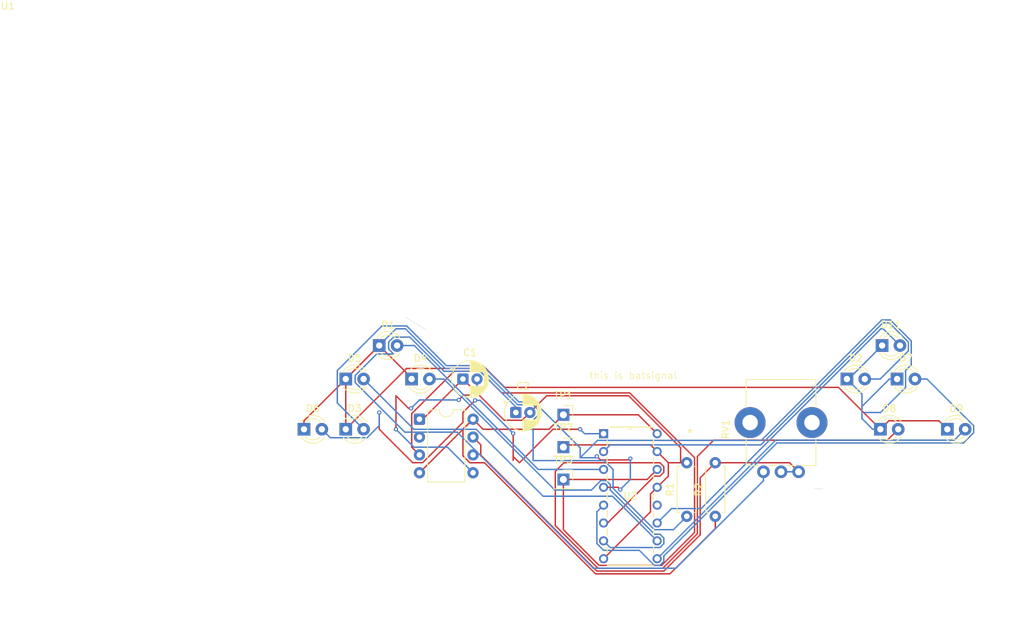
<source format=kicad_pcb>
(kicad_pcb (version 20241229) (generator "pcbnew") (generator_version "9.0")
  (layers (0 "F.Cu" signal) (2 "B.Cu" signal) (13 "F.Paste" user) (15 "B.Paste" user) (5 "F.SilkS" user "F.Silkscreen") (7 "B.SilkS" user "B.Silkscreen") (1 "F.Mask" user) (3 "B.Mask" user) (25 "Edge.Cuts" user))
  (net 0 "")
  (net 1 "GND")
  (net 2 "Net-(U1-CV)")
  (net 3 "TR")
  (net 4 "Net-(D1-K)")
  (net 5 "Net-(D1-A)")
  (net 6 "Net-(D2-A)")
  (net 7 "Net-(D3-A)")
  (net 8 "Net-(D4-A)")
  (net 9 "Net-(D5-A)")
  (net 10 "Net-(D6-A)")
  (net 11 "Net-(D7-A)")
  (net 12 "Net-(D8-A)")
  (net 13 "Net-(D9-A)")
  (net 14 "Net-(D11-A)")
  (net 15 "Net-(U1-DIS)")
  (net 16 "+5V")
  (net 17 "OUT")
  (footprint "Potentiometer_THT:Potentiometer_Bourns_PTV09A-1_Single_Vertical" (layer "F.Cu") (at 216.8125 75.10625 90)
    (property "Reference" "RV1" (at 6.05 -10.35 90) (layer "F.SilkS"))
    (property "Value" "50k")
    (pad "1" thru_hole circle (at 0 0 90) (size 1.8 1.8) (drill 1) (layers "*.Cu" "*.Mask") (net 15 "Net-(U1-DIS)"))
    (pad "2" thru_hole circle (at 0 -2.5 90) (size 1.8 1.8) (drill 1) (layers "*.Cu" "*.Mask") (net 15 "Net-(U1-DIS)"))
    (pad "3" thru_hole circle (at 0 -5 90) (size 1.8 1.8) (drill 1) (layers "*.Cu" "*.Mask") (net 3 "TR"))
    (pad "MP" thru_hole circle (at 7 -6.9 90) (size 4.4 4.4) (drill 2.2) (layers "*.Cu" "*.Mask"))
    (pad "MP" thru_hole circle (at 7 1.9 90) (size 4.4 4.4) (drill 2.2) (layers "*.Cu" "*.Mask"))
  )
  (footprint "LED_THT:LED_D3.0mm" (layer "F.Cu") (at 146.46 69.05625)
    (property "Reference" "D6" (at 1.27 -2.96 0) (layer "F.SilkS"))
    (property "Value" "LED")
    (pad "1" thru_hole rect (at 0 0) (size 1.8 1.8) (drill 0.9) (layers "*.Cu" "*.Mask") (net 4 "Net-(D1-K)"))
    (pad "2" thru_hole circle (at 2.54 0) (size 1.8 1.8) (drill 0.9) (layers "*.Cu" "*.Mask") (net 10 "Net-(D6-A)"))
  )
  (footprint "Resistor_THT:R_Axial_DIN0207_L6.3mm_D2.5mm_P7.62mm_Horizontal" (layer "F.Cu") (at 200.90625 81.43875 90)
    (property "Reference" "R1" (at 3.81 -2.37 90) (layer "F.SilkS"))
    (property "Value" "470")
    (pad "1" thru_hole circle (at 0 0 90) (size 1.6 1.6) (drill 0.8) (layers "*.Cu" "*.Mask") (net 4 "Net-(D1-K)"))
    (pad "2" thru_hole circle (at 7.62 0 90) (size 1.6 1.6) (drill 0.8) (layers "*.Cu" "*.Mask") (net 1 "GND"))
  )
  (footprint "Resistor_THT:R_Axial_DIN0207_L6.3mm_D2.5mm_P7.62mm_Horizontal" (layer "F.Cu") (at 204.95625 81.43875 90)
    (property "Reference" "R2" (at 3.81 -2.37 90) (layer "F.SilkS"))
    (property "Value" "1k")
    (pad "1" thru_hole circle (at 0 0 90) (size 1.6 1.6) (drill 0.8) (layers "*.Cu" "*.Mask") (net 16 "+5V"))
    (pad "2" thru_hole circle (at 7.62 0 90) (size 1.6 1.6) (drill 0.8) (layers "*.Cu" "*.Mask") (net 15 "Net-(U1-DIS)"))
  )
  (footprint "LED_THT:LED_D3.0mm" (layer "F.Cu") (at 228.44125 69.05625)
    (property "Reference" "D8" (at 1.27 -2.96 0) (layer "F.SilkS"))
    (property "Value" "LED")
    (pad "1" thru_hole rect (at 0 0) (size 1.8 1.8) (drill 0.9) (layers "*.Cu" "*.Mask") (net 4 "Net-(D1-K)"))
    (pad "2" thru_hole circle (at 2.54 0) (size 1.8 1.8) (drill 0.9) (layers "*.Cu" "*.Mask") (net 12 "Net-(D8-A)"))
  )
  (footprint "footprints:N16" (layer "F.Cu") (at 196.69125 87.47125)
    (property "Reference" "U2" (at -3.81 -8.89 0) (layer "F.SilkS"))
    (property "Value" "4017")
    (fp_text user "*" (at 4.64875 -17.856906 0) (layer "F.SilkS"))
    (fp_text user "*" (at 4.64875 -17.856906 0) (layer "F.SilkS"))
    (pad "1" thru_hole rect (at -7.62 -17.78) (size 1.2954 1.2954) (drill 0.7874) (layers "*.Cu" "*.Mask") (net 10 "Net-(D6-A)"))
    (pad "2" thru_hole circle (at -7.62 -15.24) (size 1.2954 1.2954) (drill 0.7874) (layers "*.Cu" "*.Mask") (net 6 "Net-(D2-A)"))
    (pad "3" thru_hole circle (at -7.62 -12.7) (size 1.2954 1.2954) (drill 0.7874) (layers "*.Cu" "*.Mask") (net 5 "Net-(D1-A)"))
    (pad "4" thru_hole circle (at -7.62 -10.16) (size 1.2954 1.2954) (drill 0.7874) (layers "*.Cu" "*.Mask") (net 7 "Net-(D3-A)"))
    (pad "5" thru_hole circle (at -7.62 -7.62) (size 1.2954 1.2954) (drill 0.7874) (layers "*.Cu" "*.Mask") (net 11 "Net-(D7-A)"))
    (pad "6" thru_hole circle (at -7.62 -5.08) (size 1.2954 1.2954) (drill 0.7874) (layers "*.Cu" "*.Mask") (net 12 "Net-(D8-A)"))
    (pad "7" thru_hole circle (at -7.62 -2.54) (size 1.2954 1.2954) (drill 0.7874) (layers "*.Cu" "*.Mask") (net 8 "Net-(D4-A)"))
    (pad "8" thru_hole circle (at -7.62 0) (size 1.2954 1.2954) (drill 0.7874) (layers "*.Cu" "*.Mask") (net 1 "GND"))
    (pad "9" thru_hole circle (at 0 0) (size 1.2954 1.2954) (drill 0.7874) (layers "*.Cu" "*.Mask") (net 13 "Net-(D9-A)"))
    (pad "10" thru_hole circle (at 0 -2.54) (size 1.2954 1.2954) (drill 0.7874) (layers "*.Cu" "*.Mask") (net 9 "Net-(D5-A)"))
    (pad "11" thru_hole circle (at 0 -5.08) (size 1.2954 1.2954) (drill 0.7874) (layers "*.Cu" "*.Mask") (net 14 "Net-(D11-A)"))
    (pad "12" thru_hole circle (at 0 -7.62) (size 1.2954 1.2954) (drill 0.7874) (layers "*.Cu" "*.Mask"))
    (pad "13" thru_hole circle (at 0 -10.16) (size 1.2954 1.2954) (drill 0.7874) (layers "*.Cu" "*.Mask") (net 1 "GND"))
    (pad "14" thru_hole circle (at 0 -12.7) (size 1.2954 1.2954) (drill 0.7874) (layers "*.Cu" "*.Mask") (net 17 "OUT"))
    (pad "15" thru_hole circle (at 0 -15.24) (size 1.2954 1.2954) (drill 0.7874) (layers "*.Cu" "*.Mask") (net 1 "GND"))
    (pad "16" thru_hole circle (at 0 -17.78) (size 1.2954 1.2954) (drill 0.7874) (layers "*.Cu" "*.Mask") (net 16 "+5V"))
  )
  (footprint "LED_THT:LED_D3.0mm" (layer "F.Cu") (at 152.4 69.05625)
    (property "Reference" "D3" (at 1.27 -2.96 0) (layer "F.SilkS"))
    (property "Value" "LED")
    (pad "1" thru_hole rect (at 0 0) (size 1.8 1.8) (drill 0.9) (layers "*.Cu" "*.Mask") (net 4 "Net-(D1-K)"))
    (pad "2" thru_hole circle (at 2.54 0) (size 1.8 1.8) (drill 0.9) (layers "*.Cu" "*.Mask") (net 7 "Net-(D3-A)"))
  )
  (footprint "LED_THT:LED_D3.0mm" (layer "F.Cu") (at 161.76625 61.9125)
    (property "Reference" "D4" (at 1.27 -2.96 0) (layer "F.SilkS"))
    (property "Value" "LED")
    (pad "1" thru_hole rect (at 0 0) (size 1.8 1.8) (drill 0.9) (layers "*.Cu" "*.Mask") (net 4 "Net-(D1-K)"))
    (pad "2" thru_hole circle (at 2.54 0) (size 1.8 1.8) (drill 0.9) (layers "*.Cu" "*.Mask") (net 8 "Net-(D4-A)"))
  )
  (footprint "Capacitor_THT:CP_Radial_D5.0mm_P2.00mm" (layer "F.Cu") (at 169.06875 61.9125)
    (property "Reference" "C1" (at 1 -3.75 0) (layer "F.SilkS"))
    (property "Value" "0.01 uF")
    (pad "1" thru_hole roundrect (at 0 0) (size 1.6 1.6) (drill 0.8) (layers "*.Cu" "*.Mask") (roundrect_rratio 0.15625) (net 1 "GND"))
    (pad "2" thru_hole circle (at 2 0) (size 1.6 1.6) (drill 0.8) (layers "*.Cu" "*.Mask") (net 2 "Net-(U1-CV)"))
  )
  (footprint "LED_THT:LED_D3.0mm" (layer "F.Cu") (at 228.686949 57.15)
    (property "Reference" "D11" (at 1.27 -2.96 0) (layer "F.SilkS"))
    (property "Value" "LED")
    (pad "1" thru_hole rect (at 0 0) (size 1.8 1.8) (drill 0.9) (layers "*.Cu" "*.Mask") (net 4 "Net-(D1-K)"))
    (pad "2" thru_hole circle (at 2.54 0) (size 1.8 1.8) (drill 0.9) (layers "*.Cu" "*.Mask") (net 14 "Net-(D11-A)"))
  )
  (footprint "LED_THT:LED_D3.0mm" (layer "F.Cu") (at 223.67875 61.9125)
    (property "Reference" "D2" (at 1.27 -2.96 0) (layer "F.SilkS"))
    (property "Value" "LED")
    (pad "1" thru_hole rect (at 0 0) (size 1.8 1.8) (drill 0.9) (layers "*.Cu" "*.Mask") (net 4 "Net-(D1-K)"))
    (pad "2" thru_hole circle (at 2.54 0) (size 1.8 1.8) (drill 0.9) (layers "*.Cu" "*.Mask") (net 6 "Net-(D2-A)"))
  )
  (footprint "Connector_PinSocket_2.54mm:PinSocket_1x01_P2.54mm_Vertical" (layer "F.Cu") (at 183.35625 71.6)
    (property "Reference" "TP2" (at 0 -2.77 0) (layer "F.SilkS"))
    (property "Value" "TestPoint")
    (pad "1" thru_hole rect (at 0 0) (size 1.7 1.7) (drill 1) (layers "*.Cu" "*.Mask") (net 1 "GND"))
  )
  (footprint "Package_DIP:DIP-8_W7.62mm" (layer "F.Cu") (at 162.8825 67.6275)
    (property "Reference" "U1" (at -58.533525 -58.775 0) (layer "F.SilkS"))
    (property "Value" "NE555P")
    (pad "1" thru_hole roundrect (at 0 0) (size 1.6 1.6) (drill 0.8) (layers "*.Cu" "*.Mask") (roundrect_rratio 0.15625) (net 1 "GND"))
    (pad "2" thru_hole circle (at 0 2.54) (size 1.6 1.6) (drill 0.8) (layers "*.Cu" "*.Mask") (net 3 "TR"))
    (pad "3" thru_hole circle (at 0 5.08) (size 1.6 1.6) (drill 0.8) (layers "*.Cu" "*.Mask") (net 17 "OUT"))
    (pad "4" thru_hole circle (at 0 7.62) (size 1.6 1.6) (drill 0.8) (layers "*.Cu" "*.Mask") (net 16 "+5V"))
    (pad "5" thru_hole circle (at 7.62 7.62) (size 1.6 1.6) (drill 0.8) (layers "*.Cu" "*.Mask") (net 2 "Net-(U1-CV)"))
    (pad "6" thru_hole circle (at 7.62 5.08) (size 1.6 1.6) (drill 0.8) (layers "*.Cu" "*.Mask") (net 3 "TR"))
    (pad "7" thru_hole circle (at 7.62 2.54) (size 1.6 1.6) (drill 0.8) (layers "*.Cu" "*.Mask") (net 15 "Net-(U1-DIS)"))
    (pad "8" thru_hole circle (at 7.62 0) (size 1.6 1.6) (drill 0.8) (layers "*.Cu" "*.Mask") (net 16 "+5V"))
  )
  (footprint "LED_THT:LED_D3.0mm" (layer "F.Cu") (at 157.1625 57.15)
    (property "Reference" "D1" (at 1.27 -2.96 0) (layer "F.SilkS"))
    (property "Value" "LED")
    (pad "1" thru_hole rect (at 0 0) (size 1.8 1.8) (drill 0.9) (layers "*.Cu" "*.Mask") (net 4 "Net-(D1-K)"))
    (pad "2" thru_hole circle (at 2.54 0) (size 1.8 1.8) (drill 0.9) (layers "*.Cu" "*.Mask") (net 5 "Net-(D1-A)"))
  )
  (footprint "Connector_PinSocket_2.54mm:PinSocket_1x01_P2.54mm_Vertical" (layer "F.Cu") (at 183.35625 67)
    (property "Reference" "TP1" (at 0 -2.77 0) (layer "F.SilkS"))
    (property "Value" "TestPoint")
    (pad "1" thru_hole rect (at 0 0) (size 1.7 1.7) (drill 1) (layers "*.Cu" "*.Mask") (net 16 "+5V"))
  )
  (footprint "Connector_PinSocket_2.54mm:PinSocket_1x01_P2.54mm_Vertical" (layer "F.Cu") (at 183.35625 76.2)
    (property "Reference" "TP3" (at 0 -2.77 0) (layer "F.SilkS"))
    (property "Value" "TestPoint")
    (pad "1" thru_hole rect (at 0 0) (size 1.7 1.7) (drill 1) (layers "*.Cu" "*.Mask") (net 17 "OUT"))
  )
  (footprint "LED_THT:LED_D3.0mm" (layer "F.Cu") (at 230.8225 61.9125)
    (property "Reference" "D7" (at 1.27 -2.96 0) (layer "F.SilkS"))
    (property "Value" "LED")
    (pad "1" thru_hole rect (at 0 0) (size 1.8 1.8) (drill 0.9) (layers "*.Cu" "*.Mask") (net 4 "Net-(D1-K)"))
    (pad "2" thru_hole circle (at 2.54 0) (size 1.8 1.8) (drill 0.9) (layers "*.Cu" "*.Mask") (net 11 "Net-(D7-A)"))
  )
  (footprint "LED_THT:LED_D3.0mm" (layer "F.Cu") (at 152.4 61.9125)
    (property "Reference" "D5" (at 1.27 -2.96 0) (layer "F.SilkS"))
    (property "Value" "LED")
    (pad "1" thru_hole rect (at 0 0) (size 1.8 1.8) (drill 0.9) (layers "*.Cu" "*.Mask") (net 4 "Net-(D1-K)"))
    (pad "2" thru_hole circle (at 2.54 0) (size 1.8 1.8) (drill 0.9) (layers "*.Cu" "*.Mask") (net 9 "Net-(D5-A)"))
  )
  (footprint "Capacitor_THT:CP_Radial_D5.0mm_P2.00mm" (layer "F.Cu") (at 176.59375 66.675)
    (property "Reference" "C2" (at 1 -3.75 0) (layer "F.SilkS"))
    (property "Value" "1 uF")
    (pad "1" thru_hole roundrect (at 0 0) (size 1.6 1.6) (drill 0.8) (layers "*.Cu" "*.Mask") (roundrect_rratio 0.15625) (net 3 "TR"))
    (pad "2" thru_hole circle (at 2 0) (size 1.6 1.6) (drill 0.8) (layers "*.Cu" "*.Mask") (net 1 "GND"))
  )
  (footprint "LED_THT:LED_D3.0mm" (layer "F.Cu") (at 237.96625 69.05625)
    (property "Reference" "D9" (at 1.27 -2.96 0) (layer "F.SilkS"))
    (property "Value" "LED")
    (pad "1" thru_hole rect (at 0 0) (size 1.8 1.8) (drill 0.9) (layers "*.Cu" "*.Mask") (net 4 "Net-(D1-K)"))
    (pad "2" thru_hole circle (at 2.54 0) (size 1.8 1.8) (drill 0.9) (layers "*.Cu" "*.Mask") (net 13 "Net-(D9-A)"))
  )
  (gr_line (start 180.680528 83.254569) (end 183.752787 86.466199) (stroke (width 0.0014)) (layer "Edge.Cuts"))
  (gr_line (start 228.843175 50.967014) (end 227.701581 51.718144) (stroke (width 0.0014)) (layer "Edge.Cuts"))
  (gr_line (start 156.282646 52.169035) (end 155.122355 53.672239) (stroke (width 0.0014)) (layer "Edge.Cuts"))
  (gr_arc (start 248.82038 76.425356) (mid 248.864283 76.509139) (end 248.8794 76.602307) (stroke (width 0.0014)) (layer "Edge.Cuts"))
  (gr_arc (start 230.083859 72.516509) (mid 231.28474 72.172772) (end 232.523404 72.011589) (stroke (width 0.0014)) (layer "Edge.Cuts"))
  (gr_line (start 141.15725 75.175726) (end 144.631847 73.873838) (stroke (width 0.0014)) (layer "Edge.Cuts"))
  (gr_line (start 226.391053 52.585623) (end 224.8764 53.595919) (stroke (width 0.0014)) (layer "Edge.Cuts"))
  (gr_line (start 206.664416 61.536266) (end 204.256543 61.930115) (stroke (width 0.0014)) (layer "Edge.Cuts"))
  (gr_arc (start 213.050961 78.31147) (mid 214.091102 78.007455) (end 215.150851 77.781072) (stroke (width 0.0014)) (layer "Edge.Cuts"))
  (gr_line (start 193.228 97.776218) (end 193.9392 96.926911) (stroke (width 0.0014)) (layer "Edge.Cuts"))
  (gr_arc (start 248.748828 76.674743) (mid 248.675109 76.652565) (end 248.605657 76.619353) (stroke (width 0.0014)) (layer "Edge.Cuts"))
  (gr_line (start 223.72476 77.685936) (end 225.544496 75.761834) (stroke (width 0.0014)) (layer "Edge.Cuts"))
  (gr_line (start 221.498682 55.73343) (end 218.188017 57.580966) (stroke (width 0.0014)) (layer "Edge.Cuts"))
  (gr_line (start 220.24711 77.533835) (end 223.72476 77.685936) (stroke (width 0.0014)) (layer "Edge.Cuts"))
  (gr_arc (start 235.32138 72.154581) (mid 236.906931 72.452909) (end 239.715624 73.22338) (stroke (width 0.0014)) (layer "Edge.Cuts"))
  (gr_line (start 201.574321 62.17897) (end 200.319556 62.1804) (stroke (width 0.0014)) (layer "Edge.Cuts"))
  (gr_line (start 161.167504 75.817082) (end 162.952487 77.649) (stroke (width 0.0014)) (layer "Edge.Cuts"))
  (gr_arc (start 187.2705 56.960242) (mid 187.385131 56.429368) (end 187.453804 56.199762) (stroke (width 0.001)) (layer "Edge.Cuts"))
  (gr_line (start 144.631847 73.873838) (end 147.862319 72.894843) (stroke (width 0.0014)) (layer "Edge.Cuts"))
  (gr_line (start 208.630235 61.124702) (end 206.664416 61.536266) (stroke (width 0.0014)) (layer "Edge.Cuts"))
  (gr_arc (start 153.0452 72.043552) (mid 154.159496 72.084342) (end 155.263536 72.240599) (stroke (width 0.0014)) (layer "Edge.Cuts"))
  (gr_line (start 198.898223 55.2462) (end 198.064455 57.4687) (stroke (width 0.0014)) (layer "Edge.Cuts"))
  (gr_line (start 162.952487 77.649) (end 166.817324 77.521087) (stroke (width 0.0014)) (layer "Edge.Cuts"))
  (gr_line (start 159.578562 52.244412) (end 158.435952 51.488761) (stroke (width 0.0014)) (layer "Edge.Cuts"))
  (gr_line (start 244.126227 70.195373) (end 241.170785 66.335266) (stroke (width 0.0014)) (layer "Edge.Cuts"))
  (gr_line (start 229.775597 51.620215) (end 229.139848 50.906583) (stroke (width 0.0014)) (layer "Edge.Cuts"))
  (gr_line (start 139.99924 75.634253) (end 141.15725 75.175726) (stroke (width 0.0014)) (layer "Edge.Cuts"))
  (gr_line (start 155.122355 53.672239) (end 153.755213 55.457659) (stroke (width 0.0014)) (layer "Edge.Cuts"))
  (gr_line (start 189.254115 59.6912) (end 188.589317 57.7354) (stroke (width 0.0014)) (layer "Edge.Cuts"))
  (gr_line (start 246.614994 73.485394) (end 244.126227 70.195373) (stroke (width 0.0014)) (layer "Edge.Cuts"))
  (gr_arc (start 227.820053 73.741767) (mid 228.90819 73.048274) (end 230.083859 72.516509) (stroke (width 0.0014)) (layer "Edge.Cuts"))
  (gr_arc (start 150.721356 72.265951) (mid 151.878821 72.108248) (end 153.0452 72.043552) (stroke (width 0.0014)) (layer "Edge.Cuts"))
  (gr_line (start 242.687294 74.132429) (end 246.720959 75.554213) (stroke (width 0.0014)) (layer "Edge.Cuts"))
  (gr_arc (start 157.329776 50.819583) (mid 157.346417 50.806034) (end 157.367373 50.8012) (stroke (width 0.0014)) (layer "Edge.Cuts"))
  (gr_line (start 187.2705 56.960244) (end 187.222731 57.210223) (stroke (width 0.001)) (layer "Edge.Cuts"))
  (gr_arc (start 187.688009 55.7796) (mid 187.757606 55.799217) (end 187.806791 55.852424) (stroke (width 0.0014)) (layer "Edge.Cuts"))
  (gr_arc (start 138.038732 76.273866) (mid 137.999595 76.188412) (end 138.02408 76.100473) (stroke (width 0.0014)) (layer "Edge.Cuts"))
  (gr_line (start 196.93445 93.306552) (end 198.436283 91.486102) (stroke (width 0.0014)) (layer "Edge.Cuts"))
  (gr_arc (start 138.146711 76.298614) (mid 138.088894 76.30168) (end 138.038732 76.273866) (stroke (width 0.0014)) (layer "Edge.Cuts"))
  (gr_line (start 193.242401 59.6912) (end 189.254115 59.6912) (stroke (width 0.0014)) (layer "Edge.Cuts"))
  (gr_line (start 198.436283 91.486102) (end 201.989454 87.392239) (stroke (width 0.0014)) (layer "Edge.Cuts"))
  (gr_line (start 186.946598 58.754808) (end 186.769998 59.658721) (stroke (width 0.0014)) (layer "Edge.Cuts"))
  (gr_arc (start 232.523404 72.011589) (mid 233.926177 72.009026) (end 235.32138 72.154581) (stroke (width 0.0014)) (layer "Edge.Cuts"))
  (gr_line (start 147.862319 72.894843) (end 150.721356 72.265951) (stroke (width 0.0014)) (layer "Edge.Cuts"))
  (gr_line (start 197.230687 59.6912) (end 193.242401 59.6912) (stroke (width 0.0014)) (layer "Edge.Cuts"))
  (gr_arc (start 166.817324 77.521087) (mid 168.509601 77.512012) (end 170.199805 77.596731) (stroke (width 0.0014)) (layer "Edge.Cuts"))
  (gr_line (start 153.755213 55.457659) (end 152.162664 57.541822) (stroke (width 0.0014)) (layer "Edge.Cuts"))
  (gr_line (start 188.317419 56.985771) (end 188.05033 56.354116) (stroke (width 0.0014)) (layer "Edge.Cuts"))
  (gr_line (start 194.395126 96.379176) (end 195.553588 94.978335) (stroke (width 0.0014)) (layer "Edge.Cuts"))
  (gr_line (start 193.9392 96.926911) (end 194.395126 96.379176) (stroke (width 0.0014)) (layer "Edge.Cuts"))
  (gr_line (start 238.063729 62.295203) (end 235.10267 58.444033) (stroke (width 0.0014)) (layer "Edge.Cuts"))
  (gr_line (start 157.329776 50.819583) (end 156.282646 52.169035) (stroke (width 0.0014)) (layer "Edge.Cuts"))
  (gr_arc (start 248.8794 76.602307) (mid 248.868754 76.639005) (end 248.840137 76.664335) (stroke (width 0.0014)) (layer "Edge.Cuts"))
  (gr_arc (start 170.199805 77.596731) (mid 171.562079 77.773657) (end 172.899041 78.089296) (stroke (width 0.0014)) (layer "Edge.Cuts"))
  (gr_arc (start 172.899041 78.089296) (mid 174.144622 78.526574) (end 175.335328 79.096577) (stroke (width 0.0014)) (layer "Edge.Cuts"))
  (gr_line (start 200.319556 62.1804) (end 199.60889 58.7133) (stroke (width 0.0014)) (layer "Edge.Cuts"))
  (gr_line (start 183.752787 86.466199) (end 187.551907 90.727805) (stroke (width 0.0014)) (layer "Edge.Cuts"))
  (gr_arc (start 177.897613 80.745604) (mid 179.08362 81.704163) (end 180.680528 83.254569) (stroke (width 0.0014)) (layer "Edge.Cuts"))
  (gr_arc (start 157.367373 50.8012) (mid 157.389602 50.804448) (end 157.409959 50.813945) (stroke (width 0.0014)) (layer "Edge.Cuts"))
  (gr_arc (start 157.275358 72.893383) (mid 158.270999 73.425234) (end 159.201351 74.064462) (stroke (width 0.0014)) (layer "Edge.Cuts"))
  (gr_line (start 188.05033 56.354116) (end 187.806791 55.852424) (stroke (width 0.0014)) (layer "Edge.Cuts"))
  (gr_line (start 224.8764 53.595919) (end 221.498682 55.73343) (stroke (width 0.0014)) (layer "Edge.Cuts"))
  (gr_line (start 230.508604 52.491482) (end 229.775597 51.620215) (stroke (width 0.001)) (layer "Edge.Cuts"))
  (gr_line (start 231.338237 53.545316) (end 230.508604 52.491482) (stroke (width 0.001)) (layer "Edge.Cuts"))
  (gr_line (start 142.289449 70.423817) (end 139.760026 73.769358) (stroke (width 0.0014)) (layer "Edge.Cuts"))
  (gr_line (start 186.60395 60.459427) (end 186.213934 62.278008) (stroke (width 0.0014)) (layer "Edge.Cuts"))
  (gr_arc (start 177.946985 61.172814) (mid 175.240057 60.440242) (end 172.594656 59.509665) (stroke (width 0.0014)) (layer "Edge.Cuts"))
  (gr_arc (start 211.04369 79.146866) (mid 212.032059 78.692486) (end 213.050961 78.31147) (stroke (width 0.0014)) (layer "Edge.Cuts"))
  (gr_line (start 139.004531 76.001021) (end 139.99924 75.634253) (stroke (width 0.0014)) (layer "Edge.Cuts"))
  (gr_arc (start 215.150851 77.781072) (mid 216.318926 77.616188) (end 218.986953 77.53177) (stroke (width 0.0014)) (layer "Edge.Cuts"))
  (gr_arc (start 215.036377 59.092361) (mid 213.601145 59.686169) (end 212.140336 60.213909) (stroke (width 0.0014)) (layer "Edge.Cuts"))
  (gr_line (start 139.760026 73.769358) (end 138.02408 76.100473) (stroke (width 0.0014)) (layer "Edge.Cuts"))
  (gr_arc (start 204.256543 61.930115) (mid 202.601098 62.14204) (end 201.574321 62.17897) (stroke (width 0.0014)) (layer "Edge.Cuts"))
  (gr_arc (start 246.720959 75.554213) (mid 247.613482 75.965688) (end 248.4349 76.505169) (stroke (width 0.0014)) (layer "Edge.Cuts"))
  (gr_line (start 158.435952 51.488761) (end 157.409959 50.813945) (stroke (width 0.0014)) (layer "Edge.Cuts"))
  (gr_arc (start 212.140336 60.213909) (mid 210.964037 60.57794) (end 208.630235 61.124702) (stroke (width 0.0014)) (layer "Edge.Cuts"))
  (gr_line (start 188.589317 57.7354) (end 188.317419 56.985771) (stroke (width 0.0014)) (layer "Edge.Cuts"))
  (gr_line (start 205.628377 83.625344) (end 208.90391 80.590816) (stroke (width 0.0014)) (layer "Edge.Cuts"))
  (gr_arc (start 187.580821 55.857416) (mid 187.625532 55.798481) (end 187.688009 55.7796) (stroke (width 0.0014)) (layer "Edge.Cuts"))
  (gr_arc (start 228.843175 50.967014) (mid 228.920927 50.919703) (end 229.001152 50.878316) (stroke (width 0.0014)) (layer "Edge.Cuts"))
  (gr_line (start 201.989454 87.392239) (end 205.628377 83.625344) (stroke (width 0.0014)) (layer "Edge.Cuts"))
  (gr_line (start 147.01601 64.258759) (end 142.289449 70.423817) (stroke (width 0.0014)) (layer "Edge.Cuts"))
  (gr_arc (start 229.001152 50.878316) (mid 229.074707 50.869282) (end 229.139848 50.906583) (stroke (width 0.0014)) (layer "Edge.Cuts"))
  (gr_line (start 160.92456 53.141832) (end 159.578562 52.244412) (stroke (width 0.0014)) (layer "Edge.Cuts"))
  (gr_line (start 187.107471 57.887449) (end 186.946598 58.754808) (stroke (width 0.0014)) (layer "Edge.Cuts"))
  (gr_line (start 138.146711 76.298614) (end 139.004531 76.001021) (stroke (width 0.0014)) (layer "Edge.Cuts"))
  (gr_line (start 198.064455 57.4687) (end 197.230687 59.6912) (stroke (width 0.0014)) (layer "Edge.Cuts"))
  (gr_line (start 187.580821 55.857416) (end 187.453804 56.199762) (stroke (width 0.0014)) (layer "Edge.Cuts"))
  (gr_line (start 218.188017 57.580966) (end 215.036377 59.092361) (stroke (width 0.0014)) (layer "Edge.Cuts"))
  (gr_arc (start 248.605657 76.619353) (mid 248.518385 76.565093) (end 248.4349 76.505169) (stroke (width 0.0014)) (layer "Edge.Cuts"))
  (gr_line (start 195.553588 94.978335) (end 196.93445 93.306552) (stroke (width 0.0014)) (layer "Edge.Cuts"))
  (gr_arc (start 183.546805 62.052552) (mid 180.73122 61.712827) (end 177.946985 61.172814) (stroke (width 0.0014)) (layer "Edge.Cuts"))
  (gr_line (start 199.60889 58.7133) (end 198.898223 55.2462) (stroke (width 0.0014)) (layer "Edge.Cuts"))
  (gr_line (start 235.10267 58.444033) (end 232.594366 55.180905) (stroke (width 0.0014)) (layer "Edge.Cuts"))
  (gr_line (start 160.92456 53.141832) (end 163.859993 54.936217) (stroke (width 0.05)) (layer "Edge.Cuts"))
  (gr_line (start 187.222731 57.210223) (end 187.107471 57.887449) (stroke (width 0.0014)) (layer "Edge.Cuts"))
  (gr_line (start 232.594366 55.180905) (end 231.338237 53.545316) (stroke (width 0.0014)) (layer "Edge.Cuts"))
  (gr_arc (start 248.840137 76.664335) (mid 248.795345 76.67712) (end 248.748828 76.674743) (stroke (width 0.0014)) (layer "Edge.Cuts"))
  (gr_line (start 241.170785 66.335266) (end 238.063729 62.295203) (stroke (width 0.0014)) (layer "Edge.Cuts"))
  (gr_arc (start 172.594656 59.509665) (mid 169.78828 58.295286) (end 163.859993 54.936217) (stroke (width 0.0014)) (layer "Edge.Cuts"))
  (gr_line (start 218.987131 77.53177) (end 220.250912 77.533996) (stroke (width 0.05)) (layer "Edge.Cuts"))
  (gr_line (start 227.701581 51.718144) (end 226.391053 52.585623) (stroke (width 0.0014)) (layer "Edge.Cuts"))
  (gr_line (start 186.213934 62.278008) (end 183.546805 62.052552) (stroke (width 0.0014)) (layer "Edge.Cuts"))
  (gr_arc (start 225.544496 75.761834) (mid 226.638148 74.702137) (end 227.820053 73.741767) (stroke (width 0.0014)) (layer "Edge.Cuts"))
  (gr_line (start 186.769998 59.658721) (end 186.60395 60.459427) (stroke (width 0.0014)) (layer "Edge.Cuts"))
  (gr_line (start 187.551907 90.727805) (end 190.9166 94.826805) (stroke (width 0.0014)) (layer "Edge.Cuts"))
  (gr_line (start 152.162664 57.541822) (end 150.309212 59.963772) (stroke (width 0.0014)) (layer "Edge.Cuts"))
  (gr_arc (start 208.90391 80.590816) (mid 209.928186 79.801251) (end 211.04369 79.146866) (stroke (width 0.0014)) (layer "Edge.Cuts"))
  (gr_arc (start 175.335328 79.096577) (mid 176.645731 79.875625) (end 177.897613 80.745604) (stroke (width 0.0014)) (layer "Edge.Cuts"))
  (gr_arc (start 159.201351 74.064462) (mid 160.21523 74.906162) (end 161.167504 75.817082) (stroke (width 0.0014)) (layer "Edge.Cuts"))
  (gr_line (start 239.715624 73.22338) (end 242.687294 74.132429) (stroke (width 0.0014)) (layer "Edge.Cuts"))
  (gr_line (start 248.82038 76.425356) (end 246.614994 73.485394) (stroke (width 0.0014)) (layer "Edge.Cuts"))
  (gr_arc (start 155.263536 72.240599) (mid 156.289246 72.505974) (end 157.275358 72.893383) (stroke (width 0.0014)) (layer "Edge.Cuts"))
  (gr_line (start 190.9166 94.826805) (end 193.228 97.776218) (stroke (width 0.0014)) (layer "Edge.Cuts"))
  (gr_line (start 148.490823 62.337105) (end 147.01601 64.258759) (stroke (width 0.0014)) (layer "Edge.Cuts"))
  (gr_line (start 150.309212 59.963772) (end 148.490823 62.337105) (stroke (width 0.0014)) (layer "Edge.Cuts"))
  (gr_text "this is batsignal" (at 187 62 0) (layer "F.SilkS") (effects (font (size 1 1) (thickness 0.1)) (justify left bottom)))
  (segment (start 200.025 73.81875) (end 200.90625 73.81875) (width 0.2) (layer "F.Cu") (net 1))
  (segment (start 195.74255 80.79995) (end 189.07125 87.47125) (width 0.2) (layer "F.Cu") (net 1))
  (segment (start 177.49275 67.776) (end 174.93225 67.776) (width 0.2) (layer "F.Cu") (net 1))
  (segment (start 163.35375 67.6275) (end 162.8825 67.6275) (width 0.2) (layer "F.Cu") (net 1))
  (segment (start 198.27875 73.81875) (end 198.27875 75.72375) (width 0.2) (layer "F.Cu") (net 1))
  (segment (start 174.93225 67.776) (end 169.06875 61.9125) (width 0.2) (layer "F.Cu") (net 1))
  (segment (start 198.27875 75.72375) (end 196.69125 77.31125) (width 0.2) (layer "F.Cu") (net 1))
  (segment (start 198.27875 73.81875) (end 200.025 73.81875) (width 0.2) (layer "F.Cu") (net 1))
  (segment (start 196.69125 72.23125) (end 195.74255 71.28255) (width 0.2) (layer "F.Cu") (net 1))
  (segment (start 195.74255 71.28255) (end 183.6737 71.28255) (width 0.2) (layer "F.Cu") (net 1))
  (segment (start 200.025 71.683335) (end 192.635415 64.29375) (width 0.2) (layer "F.Cu") (net 1))
  (segment (start 196.69125 77.31125) (end 195.74255 78.25995) (width 0.2) (layer "F.Cu") (net 1))
  (segment (start 200.025 73.81875) (end 200.025 71.683335) (width 0.2) (layer "F.Cu") (net 1))
  (segment (start 180.975 64.29375) (end 178.59375 66.675) (width 0.2) (layer "F.Cu") (net 1))
  (segment (start 196.69125 72.23125) (end 198.27875 73.81875) (width 0.2) (layer "F.Cu") (net 1))
  (segment (start 183.6737 71.28255) (end 183.35625 71.6) (width 0.2) (layer "F.Cu") (net 1))
  (segment (start 192.635415 64.29375) (end 180.975 64.29375) (width 0.2) (layer "F.Cu") (net 1))
  (segment (start 169.06875 61.9125) (end 163.35375 67.6275) (width 0.2) (layer "F.Cu") (net 1))
  (segment (start 195.74255 78.25995) (end 195.74255 80.79995) (width 0.2) (layer "F.Cu") (net 1))
  (segment (start 178.59375 66.675) (end 177.49275 67.776) (width 0.2) (layer "F.Cu") (net 1))
  (segment (start 159.54375 64.29375) (end 161.328815 66.078815) (width 0.2) (layer "F.Cu") (net 2))
  (segment (start 169.161294 64.201206) (end 170.508927 64.201206) (width 0.2) (layer "F.Cu") (net 2))
  (segment (start 161.328815 66.078815) (end 161.696495 66.078815) (width 0.2) (layer "F.Cu") (net 2))
  (segment (start 159.54025 69.05975) (end 159.54375 69.05625) (width 0.2) (layer "F.Cu") (net 2))
  (segment (start 159.54375 69.05625) (end 159.54375 64.29375) (width 0.2) (layer "F.Cu") (net 2))
  (segment (start 168.47301 64.88949) (end 169.161294 64.201206) (width 0.2) (layer "F.Cu") (net 2))
  (via (at 161.696495 66.078815) (size 0.6) (drill 0.3) (layers "F.Cu" "B.Cu") (net 2))
  (via (at 168.47301 64.88949) (size 0.6) (drill 0.3) (layers "F.Cu" "B.Cu") (net 2))
  (via (at 159.54025 69.05975) (size 0.6) (drill 0.3) (layers "F.Cu" "B.Cu") (net 2))
  (via (at 170.508927 64.201206) (size 0.6) (drill 0.3) (layers "F.Cu" "B.Cu") (net 2))
  (segment (start 170.5025 75.2475) (end 166.8615 71.6065) (width 0.2) (layer "B.Cu") (net 2))
  (segment (start 166.8615 71.6065) (end 162.087 71.6065) (width 0.2) (layer "B.Cu") (net 2))
  (segment (start 162.087 71.6065) (end 159.54025 69.05975) (width 0.2) (layer "B.Cu") (net 2))
  (segment (start 171.06875 63.641383) (end 171.06875 61.9125) (width 0.2) (layer "B.Cu") (net 2))
  (segment (start 170.508927 64.201206) (end 171.06875 63.641383) (width 0.2) (layer "B.Cu") (net 2))
  (segment (start 162.88582 64.88949) (end 168.47301 64.88949) (width 0.2) (layer "B.Cu") (net 2))
  (segment (start 161.696495 66.078815) (end 162.88582 64.88949) (width 0.2) (layer "B.Cu") (net 2))
  (segment (start 159.205029 55.949) (end 161.51525 55.949) (width 0.2) (layer "B.Cu") (net 3))
  (segment (start 158.5015 57.647471) (end 158.5015 56.652529) (width 0.2) (layer "B.Cu") (net 3))
  (segment (start 156.803029 58.351) (end 159.205029 58.351) (width 0.2) (layer "B.Cu") (net 3))
  (segment (start 153.739 61.415029) (end 156.803029 58.351) (width 0.2) (layer "B.Cu") (net 3))
  (segment (start 160.796529 69.4675) (end 153.739 62.409971) (width 0.2) (layer "B.Cu") (net 3))
  (segment (start 199.370592 88.82095) (end 187.5989 88.82095) (width 0.2) (layer "B.Cu") (net 3))
  (segment (start 171.5248 60.8115) (end 176.59375 65.88045) (width 0.2) (layer "B.Cu") (net 3))
  (segment (start 159.205029 58.351) (end 158.5015 57.647471) (width 0.2) (layer "B.Cu") (net 3))
  (segment (start 176.59375 65.88045) (end 176.59375 66.675) (width 0.2) (layer "B.Cu") (net 3))
  (segment (start 166.37775 60.8115) (end 171.5248 60.8115) (width 0.2) (layer "B.Cu") (net 3))
  (segment (start 211.8125 75.10625) (end 211.8125 76.379042) (width 0.2) (layer "B.Cu") (net 3))
  (segment (start 153.739 62.409971) (end 153.739 61.415029) (width 0.2) (layer "B.Cu") (net 3))
  (segment (start 168.24545 69.4675) (end 160.796529 69.4675) (width 0.2) (layer "B.Cu") (net 3))
  (segment (start 211.8125 76.379042) (end 199.370592 88.82095) (width 0.2) (layer "B.Cu") (net 3))
  (segment (start 161.51525 55.949) (end 166.37775 60.8115) (width 0.2) (layer "B.Cu") (net 3))
  (segment (start 158.5015 56.652529) (end 159.205029 55.949) (width 0.2) (layer "B.Cu") (net 3))
  (segment (start 187.5989 88.82095) (end 168.24545 69.4675) (width 0.2) (layer "B.Cu") (net 3))
  (segment (start 152.4 69.05625) (end 152.4 61.9125) (width 0.2) (layer "F.Cu") (net 4))
  (segment (start 236.76525 67.85525) (end 229.64225 67.85525) (width 0.2) (layer "F.Cu") (net 4))
  (segment (start 161.76625 61.75375) (end 157.1625 57.15) (width 0.2) (layer "F.Cu") (net 4))
  (segment (start 175.021875 63.103125) (end 172.32925 60.4105) (width 0.2) (layer "F.Cu") (net 4))
  (segment (start 237.96625 69.05625) (end 236.76525 67.85525) (width 0.2) (layer "F.Cu") (net 4))
  (segment (start 172.32925 60.4105) (end 161.04575 60.4105) (width 0.2) (layer "F.Cu") (net 4))
  (segment (start 228.44125 69.05625) (end 222.488125 63.103125) (width 0.2) (layer "F.Cu") (net 4))
  (segment (start 157.1625 57.15) (end 146.46 67.8525) (width 0.2) (layer "F.Cu") (net 4))
  (segment (start 161.04575 60.4105) (end 152.4 69.05625) (width 0.2) (layer "F.Cu") (net 4))
  (segment (start 222.488125 63.103125) (end 175.021875 63.103125) (width 0.2) (layer "F.Cu") (net 4))
  (segment (start 152.4 61.9125) (end 157.1625 57.15) (width 0.2) (layer "F.Cu") (net 4))
  (segment (start 229.64225 67.85525) (end 228.44125 69.05625) (width 0.2) (layer "F.Cu") (net 4))
  (segment (start 161.76625 61.9125) (end 161.76625 61.75375) (width 0.2) (layer "F.Cu") (net 4))
  (segment (start 146.46 67.8525) (end 146.46 69.05625) (width 0.2) (layer "F.Cu") (net 4))
  (segment (start 189.150665 73.509) (end 179.07525 73.509) (width 0.2) (layer "B.Cu") (net 4))
  (segment (start 160.9021 54.76875) (end 159.54375 54.76875) (width 0.2) (layer "B.Cu") (net 4))
  (segment (start 199.00505 83.33995) (end 196.298285 83.33995) (width 0.2) (layer "B.Cu") (net 4))
  (segment (start 227.34125 69.05625) (end 228.44125 69.05625) (width 0.2) (layer "B.Cu") (net 4))
  (segment (start 171.6909 60.4105) (end 166.54385 60.4105) (width 0.2) (layer "B.Cu") (net 4))
  (segment (start 223.67875 61.9125) (end 223.924449 61.9125) (width 0.2) (layer "B.Cu") (net 4))
  (segment (start 190.42095 74.779285) (end 189.150665 73.509) (width 0.2) (layer "B.Cu") (net 4))
  (segment (start 179.69475 67.13105) (end 179.69475 66.21895) (width 0.2) (layer "B.Cu") (net 4))
  (segment (start 179.07525 73.509) (end 179.0498 73.48355) (width 0.2) (layer "B.Cu") (net 4))
  (segment (start 166.54385 60.4105) (end 160.9021 54.76875) (width 0.2) (layer "B.Cu") (net 4))
  (segment (start 229.7225 61.9125) (end 225.81775 65.81725) (width 0.2) (layer "B.Cu") (net 4))
  (segment (start 190.42095 77.462615) (end 190.42095 74.779285) (width 0.2) (layer "B.Cu") (net 4))
  (segment (start 196.298285 83.33995) (end 190.42095 77.462615) (width 0.2) (layer "B.Cu") (net 4))
  (segment (start 230.8225 61.9125) (end 229.7225 61.9125) (width 0.2) (layer "B.Cu") (net 4))
  (segment (start 200.90625 81.43875) (end 199.00505 83.33995) (width 0.2) (layer "B.Cu") (net 4))
  (segment (start 225.81775 65.81725) (end 225.81775 67.53275) (width 0.2) (layer "B.Cu") (net 4))
  (segment (start 225.81775 64.0515) (end 225.81775 65.81725) (width 0.2) (layer "B.Cu") (net 4))
  (segment (start 179.0498 67.776) (end 179.69475 67.13105) (width 0.2) (layer "B.Cu") (net 4))
  (segment (start 179.69475 66.21895) (end 179.0498 65.574) (width 0.2) (layer "B.Cu") (net 4))
  (segment (start 159.54375 54.76875) (end 157.1625 57.15) (width 0.2) (layer "B.Cu") (net 4))
  (segment (start 176.8544 65.574) (end 171.6909 60.4105) (width 0.2) (layer "B.Cu") (net 4))
  (segment (start 225.81775 67.53275) (end 227.34125 69.05625) (width 0.2) (layer "B.Cu") (net 4))
  (segment (start 223.924449 61.9125) (end 228.686949 57.15) (width 0.2) (layer "B.Cu") (net 4))
  (segment (start 223.67875 61.9125) (end 225.81775 64.0515) (width 0.2) (layer "B.Cu") (net 4))
  (segment (start 179.0498 65.574) (end 176.8544 65.574) (width 0.2) (layer "B.Cu") (net 4))
  (segment (start 179.0498 73.48355) (end 179.0498 67.776) (width 0.2) (layer "B.Cu") (net 4))
  (segment (start 162.14915 57.15) (end 159.7025 57.15) (width 0.2) (layer "B.Cu") (net 5))
  (segment (start 179.7704 74.77125) (end 162.14915 57.15) (width 0.2) (layer "B.Cu") (net 5))
  (segment (start 189.07125 74.77125) (end 179.7704 74.77125) (width 0.2) (layer "B.Cu") (net 5))
  (segment (start 228.4205 61.9125) (end 226.21875 61.9125) (width 0.2) (layer "B.Cu") (net 6))
  (segment (start 232.427949 57.905051) (end 228.4205 61.9125) (width 0.2) (layer "B.Cu") (net 6))
  (segment (start 190.01995 71.28255) (end 211.432151 71.28255) (width 0.2) (layer "B.Cu") (net 6))
  (segment (start 229.689615 53.914195) (end 232.427949 56.652529) (width 0.2) (layer "B.Cu") (net 6))
  (segment (start 228.800506 53.914195) (end 229.689615 53.914195) (width 0.2) (layer "B.Cu") (net 6))
  (segment (start 211.432151 71.28255) (end 228.800506 53.914195) (width 0.2) (layer "B.Cu") (net 6))
  (segment (start 189.07125 72.23125) (end 190.01995 71.28255) (width 0.2) (layer "B.Cu") (net 6))
  (segment (start 232.427949 56.652529) (end 232.427949 57.905051) (width 0.2) (layer "B.Cu") (net 6))
  (segment (start 191.118114 77.31125) (end 189.07125 77.31125) (width 0.2) (layer "F.Cu") (net 7))
  (segment (start 192.88125 73.42155) (end 192.88125 73.22255) (width 0.2) (layer "F.Cu") (net 7))
  (segment (start 188.11875 72.909) (end 188.6313 73.42155) (width 0.2) (layer "F.Cu") (net 7))
  (segment (start 191.444058 77.637194) (end 191.118114 77.31125) (width 0.2) (layer "F.Cu") (net 7))
  (segment (start 188.6313 73.42155) (end 192.88125 73.42155) (width 0.2) (layer "F.Cu") (net 7))
  (via (at 191.444058 77.637194) (size 0.6) (drill 0.3) (layers "F.Cu" "B.Cu") (net 7))
  (via blind (at 188.11875 72.909) (size 0.6) (drill 0.3) (layers "F.Cu" "B.Cu") (net 7))
  (via (at 192.88125 73.22255) (size 0.6) (drill 0.3) (layers "F.Cu" "B.Cu") (net 7))
  (segment (start 232.828949 59.906051) (end 232.828949 56.486429) (width 0.2) (layer "B.Cu") (net 7))
  (segment (start 189.07125 77.31125) (end 188.78875 77.31125) (width 0.2) (layer "B.Cu") (net 7))
  (segment (start 232.0235 60.7115) (end 232.828949 59.906051) (width 0.2) (layer "B.Cu") (net 7))
  (segment (start 151.199 65.31525) (end 151.199 60.7115) (width 0.2) (layer "B.Cu") (net 7))
  (segment (start 151.199 60.7115) (end 157.54275 54.36775) (width 0.2) (layer "B.Cu") (net 7))
  (segment (start 188.20555 70.63995) (end 185.7375 73.108) (width 0.2) (layer "B.Cu") (net 7))
  (segment (start 185.7375 71.6946) (end 185.7375 73.108) (width 0.2) (layer "B.Cu") (net 7))
  (segment (start 228.634406 53.513195) (end 216.083175 66.064425) (width 0.2) (layer "B.Cu") (net 7))
  (segment (start 154.94 69.05625) (end 151.199 65.31525) (width 0.2) (layer "B.Cu") (net 7))
  (segment (start 192.88125 73.81875) (end 192.88125 76.200002) (width 0.2) (layer "B.Cu") (net 7))
  (segment (start 189.07125 77.1525) (end 188.763342 76.844592) (width 0.2) (layer "B.Cu") (net 7))
  (segment (start 216.083175 66.064425) (end 211.507651 70.63995) (width 0.2) (layer "B.Cu") (net 7))
  (segment (start 161.0682 54.36775) (end 166.70995 60.0095) (width 0.2) (layer "B.Cu") (net 7))
  (segment (start 226.21875 66.675) (end 228.462 66.675) (width 0.2) (layer "B.Cu") (net 7))
  (segment (start 229.855715 53.513195) (end 228.634406 53.513195) (width 0.2) (layer "B.Cu") (net 7))
  (segment (start 185.7375 73.108) (end 187.91975 73.108) (width 0.2) (layer "B.Cu") (net 7))
  (segment (start 189.07125 77.31125) (end 189.07125 77.1525) (width 0.2) (layer "B.Cu") (net 7))
  (segment (start 157.54275 54.36775) (end 161.0682 54.36775) (width 0.2) (layer "B.Cu") (net 7))
  (segment (start 211.507651 70.63995) (end 188.20555 70.63995) (width 0.2) (layer "B.Cu") (net 7))
  (segment (start 232.0235 63.1135) (end 232.0235 60.7115) (width 0.2) (layer "B.Cu") (net 7))
  (segment (start 232.828949 56.486429) (end 229.855715 53.513195) (width 0.2) (layer "B.Cu") (net 7))
  (segment (start 192.88125 73.22255) (end 192.88125 73.81875) (width 0.2) (layer "B.Cu") (net 7))
  (segment (start 192.88125 76.200002) (end 191.444058 77.637194) (width 0.2) (layer "B.Cu") (net 7))
  (segment (start 228.462 66.675) (end 232.0235 63.1135) (width 0.2) (layer "B.Cu") (net 7))
  (segment (start 187.91975 73.108) (end 188.11875 72.909) (width 0.2) (layer "B.Cu") (net 7))
  (segment (start 179.2159 65.173) (end 185.7375 71.6946) (width 0.2) (layer "B.Cu") (net 7))
  (segment (start 166.70995 60.0095) (end 171.857 60.0095) (width 0.2) (layer "B.Cu") (net 7))
  (segment (start 171.857 60.0095) (end 177.0205 65.173) (width 0.2) (layer "B.Cu") (net 7))
  (segment (start 177.0205 65.173) (end 179.2159 65.173) (width 0.2) (layer "B.Cu") (net 7))
  (segment (start 190.01995 76.918285) (end 189.464215 76.36255) (width 0.2) (layer "B.Cu") (net 8))
  (segment (start 197.084215 85.87995) (end 197.63995 85.324215) (width 0.2) (layer "B.Cu") (net 8))
  (segment (start 189.464215 76.36255) (end 188.678285 76.36255) (width 0.2) (layer "B.Cu") (net 8))
  (segment (start 197.084215 83.98255) (end 196.30965 83.98255) (width 0.2) (layer "B.Cu") (net 8))
  (segment (start 187.33662 77.704215) (end 182.136265 77.704215) (width 0.2) (layer "B.Cu") (net 8))
  (segment (start 190.01995 85.87995) (end 197.084215 85.87995) (width 0.2) (layer "B.Cu") (net 8))
  (segment (start 190.01995 77.69285) (end 190.01995 76.918285) (width 0.2) (layer "B.Cu") (net 8))
  (segment (start 196.30965 83.98255) (end 190.01995 77.69285) (width 0.2) (layer "B.Cu") (net 8))
  (segment (start 182.136265 77.704215) (end 166.34455 61.9125) (width 0.2) (layer "B.Cu") (net 8))
  (segment (start 189.07125 84.93125) (end 190.01995 85.87995) (width 0.2) (layer "B.Cu") (net 8))
  (segment (start 166.34455 61.9125) (end 164.30625 61.9125) (width 0.2) (layer "B.Cu") (net 8))
  (segment (start 197.63995 84.538285) (end 197.084215 83.98255) (width 0.2) (layer "B.Cu") (net 8))
  (segment (start 197.63995 85.324215) (end 197.63995 84.538285) (width 0.2) (layer "B.Cu") (net 8))
  (segment (start 188.678285 76.36255) (end 187.33662 77.704215) (width 0.2) (layer "B.Cu") (net 8))
  (segment (start 170.95855 69.0665) (end 162.094 69.0665) (width 0.2) (layer "B.Cu") (net 9))
  (segment (start 196.69125 84.93125) (end 190.34125 78.58125) (width 0.2) (layer "B.Cu") (net 9))
  (segment (start 162.094 69.0665) (end 154.94 61.9125) (width 0.2) (layer "B.Cu") (net 9))
  (segment (start 180.4733 78.58125) (end 170.95855 69.0665) (width 0.2) (layer "B.Cu") (net 9))
  (segment (start 190.34125 78.58125) (end 180.4733 78.58125) (width 0.2) (layer "B.Cu") (net 9))
  (segment (start 169.06875 68.0783) (end 163.33855 73.8085) (width 0.2) (layer "F.Cu") (net 10))
  (segment (start 185.7375 69.05625) (end 181.8671 69.05625) (width 0.2) (layer "F.Cu") (net 10))
  (segment (start 161.91475 73.8085) (end 157.1625 69.05625) (width 0.2) (layer "F.Cu") (net 10))
  (segment (start 169.06875 66.675) (end 169.06875 68.0783) (width 0.2) (layer "F.Cu") (net 10))
  (segment (start 176.2125 73.47192) (end 176.2125 69.65625) (width 0.2) (layer "F.Cu") (net 10))
  (segment (start 177.1046 73.81875) (end 176.2125 72.92665) (width 0.2) (layer "F.Cu") (net 10))
  (segment (start 157.1625 69.05625) (end 157.1625 66.675) (width 0.2) (layer "F.Cu") (net 10))
  (segment (start 170.795715 64.948035) (end 169.06875 66.675) (width 0.2) (layer "F.Cu") (net 10))
  (segment (start 176.2125 72.92665) (end 176.2125 73.47192) (width 0.2) (layer "F.Cu") (net 10))
  (segment (start 181.8671 69.05625) (end 177.1046 73.81875) (width 0.2) (layer "F.Cu") (net 10))
  (segment (start 163.33855 73.8085) (end 161.91475 73.8085) (width 0.2) (layer "F.Cu") (net 10))
  (segment (start 157.1625 66.675) (end 157.159 66.6785) (width 0.2) (layer "F.Cu") (net 10))
  (via (at 170.795715 64.948035) (size 0.6) (drill 0.3) (layers "F.Cu" "B.Cu") (net 10))
  (via (at 185.7375 69.05625) (size 0.6) (drill 0.3) (layers "F.Cu" "B.Cu") (net 10))
  (via (at 176.2125 69.65625) (size 0.6) (drill 0.3) (layers "F.Cu" "B.Cu") (net 10))
  (via (at 157.159 66.6785) (size 0.6) (drill 0.3) (layers "F.Cu" "B.Cu") (net 10))
  (segment (start 185.7375 69.05625) (end 186.3725 69.69125) (width 0.2) (layer "B.Cu") (net 10))
  (segment (start 150.201 70.25725) (end 149 69.05625) (width 0.2) (layer "B.Cu") (net 10))
  (segment (start 157.159 66.6785) (end 157.159 68.535721) (width 0.2) (layer "B.Cu") (net 10))
  (segment (start 186.3725 69.69125) (end 189.07125 69.69125) (width 0.2) (layer "B.Cu") (net 10))
  (segment (start 157.159 68.535721) (end 155.437471 70.25725) (width 0.2) (layer "B.Cu") (net 10))
  (segment (start 176.2125 69.65625) (end 171.504285 64.948035) (width 0.2) (layer "B.Cu") (net 10))
  (segment (start 171.504285 64.948035) (end 170.795715 64.948035) (width 0.2) (layer "B.Cu") (net 10))
  (segment (start 155.437471 70.25725) (end 150.201 70.25725) (width 0.2) (layer "B.Cu") (net 10))
  (segment (start 241.70725 68.558779) (end 235.060971 61.9125) (width 0.2) (layer "B.Cu") (net 11))
  (segment (start 213.72135 71.00825) (end 240.252721 71.00825) (width 0.2) (layer "B.Cu") (net 11))
  (segment (start 189.07125 79.85125) (end 188.12255 80.79995) (width 0.2) (layer "B.Cu") (net 11))
  (segment (start 240.252721 71.00825) (end 241.70725 69.553721) (width 0.2) (layer "B.Cu") (net 11))
  (segment (start 196.298285 88.41995) (end 197.084215 88.41995) (width 0.2) (layer "B.Cu") (net 11))
  (segment (start 197.63995 87.08965) (end 213.72135 71.00825) (width 0.2) (layer "B.Cu") (net 11))
  (segment (start 197.63995 87.864215) (end 197.63995 87.08965) (width 0.2) (layer "B.Cu") (net 11))
  (segment (start 188.12255 80.79995) (end 188.12255 85.324215) (width 0.2) (layer "B.Cu") (net 11))
  (segment (start 235.060971 61.9125) (end 233.3625 61.9125) (width 0.2) (layer "B.Cu") (net 11))
  (segment (start 189.079285 86.28095) (end 194.159285 86.28095) (width 0.2) (layer "B.Cu") (net 11))
  (segment (start 241.70725 69.553721) (end 241.70725 68.558779) (width 0.2) (layer "B.Cu") (net 11))
  (segment (start 194.159285 86.28095) (end 196.298285 88.41995) (width 0.2) (layer "B.Cu") (net 11))
  (segment (start 197.084215 88.41995) (end 197.63995 87.864215) (width 0.2) (layer "B.Cu") (net 11))
  (segment (start 188.12255 85.324215) (end 189.079285 86.28095) (width 0.2) (layer "B.Cu") (net 11))
  (segment (start 197.084215 75.71995) (end 197.63995 75.164215) (width 0.2) (layer "F.Cu") (net 12))
  (segment (start 204.733385 70.60725) (end 212 70.60725) (width 0.2) (layer "F.Cu") (net 12))
  (segment (start 212 70.60725) (end 229.43025 70.60725) (width 0.2) (layer "F.Cu") (net 12))
  (segment (start 197.49615 88.82095) (end 202.40825 83.90885) (width 0.2) (layer "F.Cu") (net 12))
  (segment (start 197.63995 75.164215) (end 197.63995 74.378285) (width 0.2) (layer "F.Cu") (net 12))
  (segment (start 196.30965 75.71995) (end 197.084215 75.71995) (width 0.2) (layer "F.Cu") (net 12))
  (segment (start 197.084215 73.82255) (end 183.4317 73.82255) (width 0.2) (layer "F.Cu") (net 12))
  (segment (start 182.20525 82.75985) (end 188.26635 88.82095) (width 0.2) (layer "F.Cu") (net 12))
  (segment (start 188.26635 88.82095) (end 197.49615 88.82095) (width 0.2) (layer "F.Cu") (net 12))
  (segment (start 189.63835 82.39125) (end 196.30965 75.71995) (width 0.2) (layer "F.Cu") (net 12))
  (segment (start 202.40825 83.90885) (end 202.40825 72.932385) (width 0.2) (layer "F.Cu") (net 12))
  (segment (start 197.63995 74.378285) (end 197.084215 73.82255) (width 0.2) (layer "F.Cu") (net 12))
  (segment (start 202.40825 72.932385) (end 204.733385 70.60725) (width 0.2) (layer "F.Cu") (net 12))
  (segment (start 189.07125 82.39125) (end 189.63835 82.39125) (width 0.2) (layer "F.Cu") (net 12))
  (segment (start 182.20525 75.049) (end 182.20525 82.75985) (width 0.2) (layer "F.Cu") (net 12))
  (segment (start 229.43025 70.60725) (end 230.98125 69.05625) (width 0.2) (layer "F.Cu") (net 12))
  (segment (start 183.4317 73.82255) (end 182.20525 75.049) (width 0.2) (layer "F.Cu") (net 12))
  (segment (start 238.95525 70.60725) (end 240.50625 69.05625) (width 0.2) (layer "B.Cu") (net 13))
  (segment (start 196.69125 87.47125) (end 213.55525 70.60725) (width 0.2) (layer "B.Cu") (net 13))
  (segment (start 213.55525 70.60725) (end 238.95525 70.60725) (width 0.2) (layer "B.Cu") (net 13))
  (segment (start 228.513051 54.76875) (end 228.845699 54.76875) (width 0.2) (layer "B.Cu") (net 14))
  (segment (start 198.74475 80.33775) (end 202.944051 80.33775) (width 0.2) (layer "B.Cu") (net 14))
  (segment (start 196.69125 82.39125) (end 198.74475 80.33775) (width 0.2) (layer "B.Cu") (net 14))
  (segment (start 223.794025 59.487775) (end 228.513051 54.76875) (width 0.2) (layer "B.Cu") (net 14))
  (segment (start 202.944051 80.33775) (end 223.794025 59.487775) (width 0.2) (layer "B.Cu") (net 14))
  (segment (start 228.845699 54.76875) (end 231.226949 57.15) (width 0.2) (layer "B.Cu") (net 14))
  (segment (start 230.98125 57.15) (end 231.226949 57.15) (width 0.2) (layer "B.Cu") (net 14))
  (segment (start 202.80925 75.96575) (end 202.80925 84.07495) (width 0.2) (layer "F.Cu") (net 15))
  (segment (start 215.525 73.81875) (end 204.95625 73.81875) (width 0.2) (layer "F.Cu") (net 15))
  (segment (start 188.10025 89.22195) (end 171.6035 72.7252) (width 0.2) (layer "F.Cu") (net 15))
  (segment (start 216.8125 75.10625) (end 215.525 73.81875) (width 0.2) (layer "F.Cu") (net 15))
  (segment (start 171.6035 72.7252) (end 171.6035 71.2685) (width 0.2) (layer "F.Cu") (net 15))
  (segment (start 202.80925 84.07495) (end 197.66225 89.22195) (width 0.2) (layer "F.Cu") (net 15))
  (segment (start 171.6035 71.2685) (end 170.5025 70.1675) (width 0.2) (layer "F.Cu") (net 15))
  (segment (start 204.95625 73.81875) (end 202.80925 75.96575) (width 0.2) (layer "F.Cu") (net 15))
  (segment (start 197.66225 89.22195) (end 188.10025 89.22195) (width 0.2) (layer "F.Cu") (net 15))
  (segment (start 214.3125 75.10625) (end 216.8125 75.10625) (width 0.2) (layer "B.Cu") (net 15))
  (segment (start 187.93415 89.62295) (end 172.13245 73.82125) (width 0.2) (layer "F.Cu") (net 16))
  (segment (start 181.3 69.05625) (end 183.35625 67) (width 0.2) (layer "F.Cu") (net 16))
  (segment (start 172.13245 73.82125) (end 170.0592 73.82125) (width 0.2) (layer "F.Cu") (net 16))
  (segment (start 169.07125 69.05875) (end 170.5025 67.6275) (width 0.2) (layer "F.Cu") (net 16))
  (segment (start 171.93125 69.05625) (end 181.3 69.05625) (width 0.2) (layer "F.Cu") (net 16))
  (segment (start 204.95625 81.43875) (end 204.95625 83.175) (width 0.2) (layer "F.Cu") (net 16))
  (segment (start 170.0592 73.82125) (end 169.07125 72.8333) (width 0.2) (layer "F.Cu") (net 16))
  (segment (start 183.35625 67) (end 194 67) (width 0.2) (layer "F.Cu") (net 16))
  (segment (start 169.07125 72.8333) (end 169.07125 69.05875) (width 0.2) (layer "F.Cu") (net 16))
  (segment (start 204.95625 83.175) (end 198.5083 89.62295) (width 0.2) (layer "F.Cu") (net 16))
  (segment (start 194 67) (end 196.69125 69.69125) (width 0.2) (layer "F.Cu") (net 16))
  (segment (start 170.5025 67.6275) (end 162.8825 75.2475) (width 0.2) (layer "F.Cu") (net 16))
  (segment (start 198.5083 89.62295) (end 187.93415 89.62295) (width 0.2) (layer "F.Cu") (net 16))
  (segment (start 170.5025 67.6275) (end 171.93125 69.05625) (width 0.2) (layer "F.Cu") (net 16))
  (segment (start 167.81234 60.8115) (end 161.7815 66.84234) (width 0.2) (layer "F.Cu") (net 17))
  (segment (start 195.2625 76.2) (end 192.88125 76.2) (width 0.2) (layer "F.Cu") (net 17))
  (segment (start 197.33005 88.41995) (end 202.00725 83.74275) (width 0.2) (layer "F.Cu") (net 17))
  (segment (start 161.7815 66.84234) (end 161.7815 71.6065) (width 0.2) (layer "F.Cu") (net 17))
  (segment (start 192.88125 76.2) (end 183.35625 76.2) (width 0.2) (layer "F.Cu") (net 17))
  (segment (start 161.7815 71.6065) (end 162.8825 72.7075) (width 0.2) (layer "F.Cu") (net 17))
  (segment (start 183.35625 83.34375) (end 188.43245 88.41995) (width 0.2) (layer "F.Cu") (net 17))
  (segment (start 192.801515 63.89275) (end 174.60605 63.89275) (width 0.2) (layer "F.Cu") (net 17))
  (segment (start 202.00725 73.098485) (end 192.801515 63.89275) (width 0.2) (layer "F.Cu") (net 17))
  (segment (start 171.5248 60.8115) (end 167.81234 60.8115) (width 0.2) (layer "F.Cu") (net 17))
  (segment (start 174.60605 63.89275) (end 171.5248 60.8115) (width 0.2) (layer "F.Cu") (net 17))
  (segment (start 183.35625 76.2) (end 183.35625 83.34375) (width 0.2) (layer "F.Cu") (net 17))
  (segment (start 188.43245 88.41995) (end 197.33005 88.41995) (width 0.2) (layer "F.Cu") (net 17))
  (segment (start 202.00725 83.74275) (end 202.00725 73.098485) (width 0.2) (layer "F.Cu") (net 17))
  (segment (start 196.69125 74.77125) (end 195.2625 76.2) (width 0.2) (layer "F.Cu") (net 17))
)
</source>
